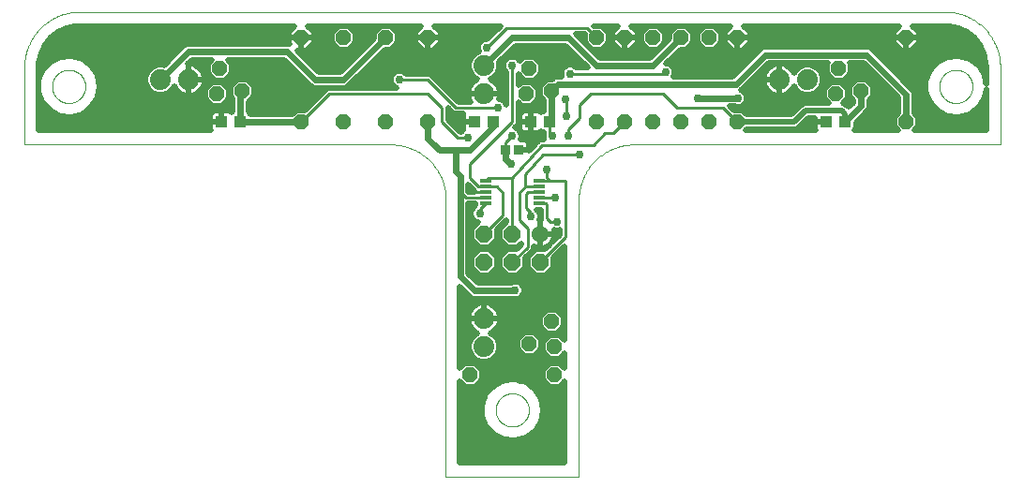
<source format=gtl>
G75*
%MOIN*%
%OFA0B0*%
%FSLAX25Y25*%
%IPPOS*%
%LPD*%
%AMOC8*
5,1,8,0,0,1.08239X$1,22.5*
%
%ADD10C,0.00004*%
%ADD11R,0.04331X0.03937*%
%ADD12OC8,0.05200*%
%ADD13C,0.06000*%
%ADD14OC8,0.06000*%
%ADD15C,0.07400*%
%ADD16R,0.04016X0.01181*%
%ADD17R,0.03346X0.03543*%
%ADD18C,0.02978*%
%ADD19C,0.01000*%
%ADD20C,0.02400*%
%ADD21C,0.02000*%
D10*
X0158378Y0010858D02*
X0158378Y0109283D01*
X0158372Y0109759D01*
X0158355Y0110234D01*
X0158326Y0110709D01*
X0158286Y0111183D01*
X0158234Y0111656D01*
X0158171Y0112127D01*
X0158097Y0112597D01*
X0158011Y0113065D01*
X0157914Y0113531D01*
X0157806Y0113994D01*
X0157687Y0114454D01*
X0157556Y0114912D01*
X0157415Y0115366D01*
X0157262Y0115817D01*
X0157099Y0116263D01*
X0156925Y0116706D01*
X0156740Y0117144D01*
X0156545Y0117578D01*
X0156339Y0118007D01*
X0156123Y0118431D01*
X0155897Y0118850D01*
X0155661Y0119263D01*
X0155415Y0119670D01*
X0155159Y0120071D01*
X0154893Y0120465D01*
X0154618Y0120854D01*
X0154334Y0121235D01*
X0154041Y0121609D01*
X0153739Y0121977D01*
X0153427Y0122337D01*
X0153108Y0122689D01*
X0152780Y0123033D01*
X0152443Y0123370D01*
X0152099Y0123698D01*
X0151747Y0124017D01*
X0151387Y0124329D01*
X0151019Y0124631D01*
X0150645Y0124924D01*
X0150264Y0125208D01*
X0149875Y0125483D01*
X0149481Y0125749D01*
X0149080Y0126005D01*
X0148673Y0126251D01*
X0148260Y0126487D01*
X0147841Y0126713D01*
X0147417Y0126929D01*
X0146988Y0127135D01*
X0146554Y0127330D01*
X0146116Y0127515D01*
X0145673Y0127689D01*
X0145227Y0127852D01*
X0144776Y0128005D01*
X0144322Y0128146D01*
X0143864Y0128277D01*
X0143404Y0128396D01*
X0142941Y0128504D01*
X0142475Y0128601D01*
X0142007Y0128687D01*
X0141537Y0128761D01*
X0141066Y0128824D01*
X0140593Y0128876D01*
X0140119Y0128916D01*
X0139644Y0128945D01*
X0139169Y0128962D01*
X0138693Y0128968D01*
X0138693Y0128969D02*
X0008569Y0128969D01*
X0008569Y0156528D01*
X0018411Y0149638D02*
X0018413Y0149791D01*
X0018419Y0149945D01*
X0018429Y0150098D01*
X0018443Y0150250D01*
X0018461Y0150403D01*
X0018483Y0150554D01*
X0018508Y0150705D01*
X0018538Y0150856D01*
X0018572Y0151006D01*
X0018609Y0151154D01*
X0018650Y0151302D01*
X0018695Y0151448D01*
X0018744Y0151594D01*
X0018797Y0151738D01*
X0018853Y0151880D01*
X0018913Y0152021D01*
X0018977Y0152161D01*
X0019044Y0152299D01*
X0019115Y0152435D01*
X0019190Y0152569D01*
X0019267Y0152701D01*
X0019349Y0152831D01*
X0019433Y0152959D01*
X0019521Y0153085D01*
X0019612Y0153208D01*
X0019706Y0153329D01*
X0019804Y0153447D01*
X0019904Y0153563D01*
X0020008Y0153676D01*
X0020114Y0153787D01*
X0020223Y0153895D01*
X0020335Y0154000D01*
X0020449Y0154101D01*
X0020567Y0154200D01*
X0020686Y0154296D01*
X0020808Y0154389D01*
X0020933Y0154478D01*
X0021060Y0154565D01*
X0021189Y0154647D01*
X0021320Y0154727D01*
X0021453Y0154803D01*
X0021588Y0154876D01*
X0021725Y0154945D01*
X0021864Y0155010D01*
X0022004Y0155072D01*
X0022146Y0155130D01*
X0022289Y0155185D01*
X0022434Y0155236D01*
X0022580Y0155283D01*
X0022727Y0155326D01*
X0022875Y0155365D01*
X0023024Y0155401D01*
X0023174Y0155432D01*
X0023325Y0155460D01*
X0023476Y0155484D01*
X0023629Y0155504D01*
X0023781Y0155520D01*
X0023934Y0155532D01*
X0024087Y0155540D01*
X0024240Y0155544D01*
X0024394Y0155544D01*
X0024547Y0155540D01*
X0024700Y0155532D01*
X0024853Y0155520D01*
X0025005Y0155504D01*
X0025158Y0155484D01*
X0025309Y0155460D01*
X0025460Y0155432D01*
X0025610Y0155401D01*
X0025759Y0155365D01*
X0025907Y0155326D01*
X0026054Y0155283D01*
X0026200Y0155236D01*
X0026345Y0155185D01*
X0026488Y0155130D01*
X0026630Y0155072D01*
X0026770Y0155010D01*
X0026909Y0154945D01*
X0027046Y0154876D01*
X0027181Y0154803D01*
X0027314Y0154727D01*
X0027445Y0154647D01*
X0027574Y0154565D01*
X0027701Y0154478D01*
X0027826Y0154389D01*
X0027948Y0154296D01*
X0028067Y0154200D01*
X0028185Y0154101D01*
X0028299Y0154000D01*
X0028411Y0153895D01*
X0028520Y0153787D01*
X0028626Y0153676D01*
X0028730Y0153563D01*
X0028830Y0153447D01*
X0028928Y0153329D01*
X0029022Y0153208D01*
X0029113Y0153085D01*
X0029201Y0152959D01*
X0029285Y0152831D01*
X0029367Y0152701D01*
X0029444Y0152569D01*
X0029519Y0152435D01*
X0029590Y0152299D01*
X0029657Y0152161D01*
X0029721Y0152021D01*
X0029781Y0151880D01*
X0029837Y0151738D01*
X0029890Y0151594D01*
X0029939Y0151448D01*
X0029984Y0151302D01*
X0030025Y0151154D01*
X0030062Y0151006D01*
X0030096Y0150856D01*
X0030126Y0150705D01*
X0030151Y0150554D01*
X0030173Y0150403D01*
X0030191Y0150250D01*
X0030205Y0150098D01*
X0030215Y0149945D01*
X0030221Y0149791D01*
X0030223Y0149638D01*
X0030221Y0149485D01*
X0030215Y0149331D01*
X0030205Y0149178D01*
X0030191Y0149026D01*
X0030173Y0148873D01*
X0030151Y0148722D01*
X0030126Y0148571D01*
X0030096Y0148420D01*
X0030062Y0148270D01*
X0030025Y0148122D01*
X0029984Y0147974D01*
X0029939Y0147828D01*
X0029890Y0147682D01*
X0029837Y0147538D01*
X0029781Y0147396D01*
X0029721Y0147255D01*
X0029657Y0147115D01*
X0029590Y0146977D01*
X0029519Y0146841D01*
X0029444Y0146707D01*
X0029367Y0146575D01*
X0029285Y0146445D01*
X0029201Y0146317D01*
X0029113Y0146191D01*
X0029022Y0146068D01*
X0028928Y0145947D01*
X0028830Y0145829D01*
X0028730Y0145713D01*
X0028626Y0145600D01*
X0028520Y0145489D01*
X0028411Y0145381D01*
X0028299Y0145276D01*
X0028185Y0145175D01*
X0028067Y0145076D01*
X0027948Y0144980D01*
X0027826Y0144887D01*
X0027701Y0144798D01*
X0027574Y0144711D01*
X0027445Y0144629D01*
X0027314Y0144549D01*
X0027181Y0144473D01*
X0027046Y0144400D01*
X0026909Y0144331D01*
X0026770Y0144266D01*
X0026630Y0144204D01*
X0026488Y0144146D01*
X0026345Y0144091D01*
X0026200Y0144040D01*
X0026054Y0143993D01*
X0025907Y0143950D01*
X0025759Y0143911D01*
X0025610Y0143875D01*
X0025460Y0143844D01*
X0025309Y0143816D01*
X0025158Y0143792D01*
X0025005Y0143772D01*
X0024853Y0143756D01*
X0024700Y0143744D01*
X0024547Y0143736D01*
X0024394Y0143732D01*
X0024240Y0143732D01*
X0024087Y0143736D01*
X0023934Y0143744D01*
X0023781Y0143756D01*
X0023629Y0143772D01*
X0023476Y0143792D01*
X0023325Y0143816D01*
X0023174Y0143844D01*
X0023024Y0143875D01*
X0022875Y0143911D01*
X0022727Y0143950D01*
X0022580Y0143993D01*
X0022434Y0144040D01*
X0022289Y0144091D01*
X0022146Y0144146D01*
X0022004Y0144204D01*
X0021864Y0144266D01*
X0021725Y0144331D01*
X0021588Y0144400D01*
X0021453Y0144473D01*
X0021320Y0144549D01*
X0021189Y0144629D01*
X0021060Y0144711D01*
X0020933Y0144798D01*
X0020808Y0144887D01*
X0020686Y0144980D01*
X0020567Y0145076D01*
X0020449Y0145175D01*
X0020335Y0145276D01*
X0020223Y0145381D01*
X0020114Y0145489D01*
X0020008Y0145600D01*
X0019904Y0145713D01*
X0019804Y0145829D01*
X0019706Y0145947D01*
X0019612Y0146068D01*
X0019521Y0146191D01*
X0019433Y0146317D01*
X0019349Y0146445D01*
X0019267Y0146575D01*
X0019190Y0146707D01*
X0019115Y0146841D01*
X0019044Y0146977D01*
X0018977Y0147115D01*
X0018913Y0147255D01*
X0018853Y0147396D01*
X0018797Y0147538D01*
X0018744Y0147682D01*
X0018695Y0147828D01*
X0018650Y0147974D01*
X0018609Y0148122D01*
X0018572Y0148270D01*
X0018538Y0148420D01*
X0018508Y0148571D01*
X0018483Y0148722D01*
X0018461Y0148873D01*
X0018443Y0149026D01*
X0018429Y0149178D01*
X0018419Y0149331D01*
X0018413Y0149485D01*
X0018411Y0149638D01*
X0008569Y0156528D02*
X0008575Y0157004D01*
X0008592Y0157479D01*
X0008621Y0157954D01*
X0008661Y0158428D01*
X0008713Y0158901D01*
X0008776Y0159372D01*
X0008850Y0159842D01*
X0008936Y0160310D01*
X0009033Y0160776D01*
X0009141Y0161239D01*
X0009260Y0161699D01*
X0009391Y0162157D01*
X0009532Y0162611D01*
X0009685Y0163062D01*
X0009848Y0163508D01*
X0010022Y0163951D01*
X0010207Y0164389D01*
X0010402Y0164823D01*
X0010608Y0165252D01*
X0010824Y0165676D01*
X0011050Y0166095D01*
X0011286Y0166508D01*
X0011532Y0166915D01*
X0011788Y0167316D01*
X0012054Y0167710D01*
X0012329Y0168099D01*
X0012613Y0168480D01*
X0012906Y0168854D01*
X0013208Y0169222D01*
X0013520Y0169582D01*
X0013839Y0169934D01*
X0014167Y0170278D01*
X0014504Y0170615D01*
X0014848Y0170943D01*
X0015200Y0171262D01*
X0015560Y0171574D01*
X0015928Y0171876D01*
X0016302Y0172169D01*
X0016683Y0172453D01*
X0017072Y0172728D01*
X0017466Y0172994D01*
X0017867Y0173250D01*
X0018274Y0173496D01*
X0018687Y0173732D01*
X0019106Y0173958D01*
X0019530Y0174174D01*
X0019959Y0174380D01*
X0020393Y0174575D01*
X0020831Y0174760D01*
X0021274Y0174934D01*
X0021720Y0175097D01*
X0022171Y0175250D01*
X0022625Y0175391D01*
X0023083Y0175522D01*
X0023543Y0175641D01*
X0024006Y0175749D01*
X0024472Y0175846D01*
X0024940Y0175932D01*
X0025410Y0176006D01*
X0025881Y0176069D01*
X0026354Y0176121D01*
X0026828Y0176161D01*
X0027303Y0176190D01*
X0027778Y0176207D01*
X0028254Y0176213D01*
X0335746Y0176213D01*
X0336222Y0176207D01*
X0336697Y0176190D01*
X0337172Y0176161D01*
X0337646Y0176121D01*
X0338119Y0176069D01*
X0338590Y0176006D01*
X0339060Y0175932D01*
X0339528Y0175846D01*
X0339994Y0175749D01*
X0340457Y0175641D01*
X0340917Y0175522D01*
X0341375Y0175391D01*
X0341829Y0175250D01*
X0342280Y0175097D01*
X0342726Y0174934D01*
X0343169Y0174760D01*
X0343607Y0174575D01*
X0344041Y0174380D01*
X0344470Y0174174D01*
X0344894Y0173958D01*
X0345313Y0173732D01*
X0345726Y0173496D01*
X0346133Y0173250D01*
X0346534Y0172994D01*
X0346928Y0172728D01*
X0347317Y0172453D01*
X0347698Y0172169D01*
X0348072Y0171876D01*
X0348440Y0171574D01*
X0348800Y0171262D01*
X0349152Y0170943D01*
X0349496Y0170615D01*
X0349833Y0170278D01*
X0350161Y0169934D01*
X0350480Y0169582D01*
X0350792Y0169222D01*
X0351094Y0168854D01*
X0351387Y0168480D01*
X0351671Y0168099D01*
X0351946Y0167710D01*
X0352212Y0167316D01*
X0352468Y0166915D01*
X0352714Y0166508D01*
X0352950Y0166095D01*
X0353176Y0165676D01*
X0353392Y0165252D01*
X0353598Y0164823D01*
X0353793Y0164389D01*
X0353978Y0163951D01*
X0354152Y0163508D01*
X0354315Y0163062D01*
X0354468Y0162611D01*
X0354609Y0162157D01*
X0354740Y0161699D01*
X0354859Y0161239D01*
X0354967Y0160776D01*
X0355064Y0160310D01*
X0355150Y0159842D01*
X0355224Y0159372D01*
X0355287Y0158901D01*
X0355339Y0158428D01*
X0355379Y0157954D01*
X0355408Y0157479D01*
X0355425Y0157004D01*
X0355431Y0156528D01*
X0355431Y0128969D01*
X0225307Y0128969D01*
X0225307Y0128968D02*
X0224831Y0128962D01*
X0224356Y0128945D01*
X0223881Y0128916D01*
X0223407Y0128876D01*
X0222934Y0128824D01*
X0222463Y0128761D01*
X0221993Y0128687D01*
X0221525Y0128601D01*
X0221059Y0128504D01*
X0220596Y0128396D01*
X0220136Y0128277D01*
X0219678Y0128146D01*
X0219224Y0128005D01*
X0218773Y0127852D01*
X0218327Y0127689D01*
X0217884Y0127515D01*
X0217446Y0127330D01*
X0217012Y0127135D01*
X0216583Y0126929D01*
X0216159Y0126713D01*
X0215740Y0126487D01*
X0215327Y0126251D01*
X0214920Y0126005D01*
X0214519Y0125749D01*
X0214125Y0125483D01*
X0213736Y0125208D01*
X0213355Y0124924D01*
X0212981Y0124631D01*
X0212613Y0124329D01*
X0212253Y0124017D01*
X0211901Y0123698D01*
X0211557Y0123370D01*
X0211220Y0123033D01*
X0210892Y0122689D01*
X0210573Y0122337D01*
X0210261Y0121977D01*
X0209959Y0121609D01*
X0209666Y0121235D01*
X0209382Y0120854D01*
X0209107Y0120465D01*
X0208841Y0120071D01*
X0208585Y0119670D01*
X0208339Y0119263D01*
X0208103Y0118850D01*
X0207877Y0118431D01*
X0207661Y0118007D01*
X0207455Y0117578D01*
X0207260Y0117144D01*
X0207075Y0116706D01*
X0206901Y0116263D01*
X0206738Y0115817D01*
X0206585Y0115366D01*
X0206444Y0114912D01*
X0206313Y0114454D01*
X0206194Y0113994D01*
X0206086Y0113531D01*
X0205989Y0113065D01*
X0205903Y0112597D01*
X0205829Y0112127D01*
X0205766Y0111656D01*
X0205714Y0111183D01*
X0205674Y0110709D01*
X0205645Y0110234D01*
X0205628Y0109759D01*
X0205622Y0109283D01*
X0205622Y0010858D01*
X0158378Y0010858D01*
X0176094Y0034480D02*
X0176096Y0034633D01*
X0176102Y0034787D01*
X0176112Y0034940D01*
X0176126Y0035092D01*
X0176144Y0035245D01*
X0176166Y0035396D01*
X0176191Y0035547D01*
X0176221Y0035698D01*
X0176255Y0035848D01*
X0176292Y0035996D01*
X0176333Y0036144D01*
X0176378Y0036290D01*
X0176427Y0036436D01*
X0176480Y0036580D01*
X0176536Y0036722D01*
X0176596Y0036863D01*
X0176660Y0037003D01*
X0176727Y0037141D01*
X0176798Y0037277D01*
X0176873Y0037411D01*
X0176950Y0037543D01*
X0177032Y0037673D01*
X0177116Y0037801D01*
X0177204Y0037927D01*
X0177295Y0038050D01*
X0177389Y0038171D01*
X0177487Y0038289D01*
X0177587Y0038405D01*
X0177691Y0038518D01*
X0177797Y0038629D01*
X0177906Y0038737D01*
X0178018Y0038842D01*
X0178132Y0038943D01*
X0178250Y0039042D01*
X0178369Y0039138D01*
X0178491Y0039231D01*
X0178616Y0039320D01*
X0178743Y0039407D01*
X0178872Y0039489D01*
X0179003Y0039569D01*
X0179136Y0039645D01*
X0179271Y0039718D01*
X0179408Y0039787D01*
X0179547Y0039852D01*
X0179687Y0039914D01*
X0179829Y0039972D01*
X0179972Y0040027D01*
X0180117Y0040078D01*
X0180263Y0040125D01*
X0180410Y0040168D01*
X0180558Y0040207D01*
X0180707Y0040243D01*
X0180857Y0040274D01*
X0181008Y0040302D01*
X0181159Y0040326D01*
X0181312Y0040346D01*
X0181464Y0040362D01*
X0181617Y0040374D01*
X0181770Y0040382D01*
X0181923Y0040386D01*
X0182077Y0040386D01*
X0182230Y0040382D01*
X0182383Y0040374D01*
X0182536Y0040362D01*
X0182688Y0040346D01*
X0182841Y0040326D01*
X0182992Y0040302D01*
X0183143Y0040274D01*
X0183293Y0040243D01*
X0183442Y0040207D01*
X0183590Y0040168D01*
X0183737Y0040125D01*
X0183883Y0040078D01*
X0184028Y0040027D01*
X0184171Y0039972D01*
X0184313Y0039914D01*
X0184453Y0039852D01*
X0184592Y0039787D01*
X0184729Y0039718D01*
X0184864Y0039645D01*
X0184997Y0039569D01*
X0185128Y0039489D01*
X0185257Y0039407D01*
X0185384Y0039320D01*
X0185509Y0039231D01*
X0185631Y0039138D01*
X0185750Y0039042D01*
X0185868Y0038943D01*
X0185982Y0038842D01*
X0186094Y0038737D01*
X0186203Y0038629D01*
X0186309Y0038518D01*
X0186413Y0038405D01*
X0186513Y0038289D01*
X0186611Y0038171D01*
X0186705Y0038050D01*
X0186796Y0037927D01*
X0186884Y0037801D01*
X0186968Y0037673D01*
X0187050Y0037543D01*
X0187127Y0037411D01*
X0187202Y0037277D01*
X0187273Y0037141D01*
X0187340Y0037003D01*
X0187404Y0036863D01*
X0187464Y0036722D01*
X0187520Y0036580D01*
X0187573Y0036436D01*
X0187622Y0036290D01*
X0187667Y0036144D01*
X0187708Y0035996D01*
X0187745Y0035848D01*
X0187779Y0035698D01*
X0187809Y0035547D01*
X0187834Y0035396D01*
X0187856Y0035245D01*
X0187874Y0035092D01*
X0187888Y0034940D01*
X0187898Y0034787D01*
X0187904Y0034633D01*
X0187906Y0034480D01*
X0187904Y0034327D01*
X0187898Y0034173D01*
X0187888Y0034020D01*
X0187874Y0033868D01*
X0187856Y0033715D01*
X0187834Y0033564D01*
X0187809Y0033413D01*
X0187779Y0033262D01*
X0187745Y0033112D01*
X0187708Y0032964D01*
X0187667Y0032816D01*
X0187622Y0032670D01*
X0187573Y0032524D01*
X0187520Y0032380D01*
X0187464Y0032238D01*
X0187404Y0032097D01*
X0187340Y0031957D01*
X0187273Y0031819D01*
X0187202Y0031683D01*
X0187127Y0031549D01*
X0187050Y0031417D01*
X0186968Y0031287D01*
X0186884Y0031159D01*
X0186796Y0031033D01*
X0186705Y0030910D01*
X0186611Y0030789D01*
X0186513Y0030671D01*
X0186413Y0030555D01*
X0186309Y0030442D01*
X0186203Y0030331D01*
X0186094Y0030223D01*
X0185982Y0030118D01*
X0185868Y0030017D01*
X0185750Y0029918D01*
X0185631Y0029822D01*
X0185509Y0029729D01*
X0185384Y0029640D01*
X0185257Y0029553D01*
X0185128Y0029471D01*
X0184997Y0029391D01*
X0184864Y0029315D01*
X0184729Y0029242D01*
X0184592Y0029173D01*
X0184453Y0029108D01*
X0184313Y0029046D01*
X0184171Y0028988D01*
X0184028Y0028933D01*
X0183883Y0028882D01*
X0183737Y0028835D01*
X0183590Y0028792D01*
X0183442Y0028753D01*
X0183293Y0028717D01*
X0183143Y0028686D01*
X0182992Y0028658D01*
X0182841Y0028634D01*
X0182688Y0028614D01*
X0182536Y0028598D01*
X0182383Y0028586D01*
X0182230Y0028578D01*
X0182077Y0028574D01*
X0181923Y0028574D01*
X0181770Y0028578D01*
X0181617Y0028586D01*
X0181464Y0028598D01*
X0181312Y0028614D01*
X0181159Y0028634D01*
X0181008Y0028658D01*
X0180857Y0028686D01*
X0180707Y0028717D01*
X0180558Y0028753D01*
X0180410Y0028792D01*
X0180263Y0028835D01*
X0180117Y0028882D01*
X0179972Y0028933D01*
X0179829Y0028988D01*
X0179687Y0029046D01*
X0179547Y0029108D01*
X0179408Y0029173D01*
X0179271Y0029242D01*
X0179136Y0029315D01*
X0179003Y0029391D01*
X0178872Y0029471D01*
X0178743Y0029553D01*
X0178616Y0029640D01*
X0178491Y0029729D01*
X0178369Y0029822D01*
X0178250Y0029918D01*
X0178132Y0030017D01*
X0178018Y0030118D01*
X0177906Y0030223D01*
X0177797Y0030331D01*
X0177691Y0030442D01*
X0177587Y0030555D01*
X0177487Y0030671D01*
X0177389Y0030789D01*
X0177295Y0030910D01*
X0177204Y0031033D01*
X0177116Y0031159D01*
X0177032Y0031287D01*
X0176950Y0031417D01*
X0176873Y0031549D01*
X0176798Y0031683D01*
X0176727Y0031819D01*
X0176660Y0031957D01*
X0176596Y0032097D01*
X0176536Y0032238D01*
X0176480Y0032380D01*
X0176427Y0032524D01*
X0176378Y0032670D01*
X0176333Y0032816D01*
X0176292Y0032964D01*
X0176255Y0033112D01*
X0176221Y0033262D01*
X0176191Y0033413D01*
X0176166Y0033564D01*
X0176144Y0033715D01*
X0176126Y0033868D01*
X0176112Y0034020D01*
X0176102Y0034173D01*
X0176096Y0034327D01*
X0176094Y0034480D01*
X0333777Y0149638D02*
X0333779Y0149791D01*
X0333785Y0149945D01*
X0333795Y0150098D01*
X0333809Y0150250D01*
X0333827Y0150403D01*
X0333849Y0150554D01*
X0333874Y0150705D01*
X0333904Y0150856D01*
X0333938Y0151006D01*
X0333975Y0151154D01*
X0334016Y0151302D01*
X0334061Y0151448D01*
X0334110Y0151594D01*
X0334163Y0151738D01*
X0334219Y0151880D01*
X0334279Y0152021D01*
X0334343Y0152161D01*
X0334410Y0152299D01*
X0334481Y0152435D01*
X0334556Y0152569D01*
X0334633Y0152701D01*
X0334715Y0152831D01*
X0334799Y0152959D01*
X0334887Y0153085D01*
X0334978Y0153208D01*
X0335072Y0153329D01*
X0335170Y0153447D01*
X0335270Y0153563D01*
X0335374Y0153676D01*
X0335480Y0153787D01*
X0335589Y0153895D01*
X0335701Y0154000D01*
X0335815Y0154101D01*
X0335933Y0154200D01*
X0336052Y0154296D01*
X0336174Y0154389D01*
X0336299Y0154478D01*
X0336426Y0154565D01*
X0336555Y0154647D01*
X0336686Y0154727D01*
X0336819Y0154803D01*
X0336954Y0154876D01*
X0337091Y0154945D01*
X0337230Y0155010D01*
X0337370Y0155072D01*
X0337512Y0155130D01*
X0337655Y0155185D01*
X0337800Y0155236D01*
X0337946Y0155283D01*
X0338093Y0155326D01*
X0338241Y0155365D01*
X0338390Y0155401D01*
X0338540Y0155432D01*
X0338691Y0155460D01*
X0338842Y0155484D01*
X0338995Y0155504D01*
X0339147Y0155520D01*
X0339300Y0155532D01*
X0339453Y0155540D01*
X0339606Y0155544D01*
X0339760Y0155544D01*
X0339913Y0155540D01*
X0340066Y0155532D01*
X0340219Y0155520D01*
X0340371Y0155504D01*
X0340524Y0155484D01*
X0340675Y0155460D01*
X0340826Y0155432D01*
X0340976Y0155401D01*
X0341125Y0155365D01*
X0341273Y0155326D01*
X0341420Y0155283D01*
X0341566Y0155236D01*
X0341711Y0155185D01*
X0341854Y0155130D01*
X0341996Y0155072D01*
X0342136Y0155010D01*
X0342275Y0154945D01*
X0342412Y0154876D01*
X0342547Y0154803D01*
X0342680Y0154727D01*
X0342811Y0154647D01*
X0342940Y0154565D01*
X0343067Y0154478D01*
X0343192Y0154389D01*
X0343314Y0154296D01*
X0343433Y0154200D01*
X0343551Y0154101D01*
X0343665Y0154000D01*
X0343777Y0153895D01*
X0343886Y0153787D01*
X0343992Y0153676D01*
X0344096Y0153563D01*
X0344196Y0153447D01*
X0344294Y0153329D01*
X0344388Y0153208D01*
X0344479Y0153085D01*
X0344567Y0152959D01*
X0344651Y0152831D01*
X0344733Y0152701D01*
X0344810Y0152569D01*
X0344885Y0152435D01*
X0344956Y0152299D01*
X0345023Y0152161D01*
X0345087Y0152021D01*
X0345147Y0151880D01*
X0345203Y0151738D01*
X0345256Y0151594D01*
X0345305Y0151448D01*
X0345350Y0151302D01*
X0345391Y0151154D01*
X0345428Y0151006D01*
X0345462Y0150856D01*
X0345492Y0150705D01*
X0345517Y0150554D01*
X0345539Y0150403D01*
X0345557Y0150250D01*
X0345571Y0150098D01*
X0345581Y0149945D01*
X0345587Y0149791D01*
X0345589Y0149638D01*
X0345587Y0149485D01*
X0345581Y0149331D01*
X0345571Y0149178D01*
X0345557Y0149026D01*
X0345539Y0148873D01*
X0345517Y0148722D01*
X0345492Y0148571D01*
X0345462Y0148420D01*
X0345428Y0148270D01*
X0345391Y0148122D01*
X0345350Y0147974D01*
X0345305Y0147828D01*
X0345256Y0147682D01*
X0345203Y0147538D01*
X0345147Y0147396D01*
X0345087Y0147255D01*
X0345023Y0147115D01*
X0344956Y0146977D01*
X0344885Y0146841D01*
X0344810Y0146707D01*
X0344733Y0146575D01*
X0344651Y0146445D01*
X0344567Y0146317D01*
X0344479Y0146191D01*
X0344388Y0146068D01*
X0344294Y0145947D01*
X0344196Y0145829D01*
X0344096Y0145713D01*
X0343992Y0145600D01*
X0343886Y0145489D01*
X0343777Y0145381D01*
X0343665Y0145276D01*
X0343551Y0145175D01*
X0343433Y0145076D01*
X0343314Y0144980D01*
X0343192Y0144887D01*
X0343067Y0144798D01*
X0342940Y0144711D01*
X0342811Y0144629D01*
X0342680Y0144549D01*
X0342547Y0144473D01*
X0342412Y0144400D01*
X0342275Y0144331D01*
X0342136Y0144266D01*
X0341996Y0144204D01*
X0341854Y0144146D01*
X0341711Y0144091D01*
X0341566Y0144040D01*
X0341420Y0143993D01*
X0341273Y0143950D01*
X0341125Y0143911D01*
X0340976Y0143875D01*
X0340826Y0143844D01*
X0340675Y0143816D01*
X0340524Y0143792D01*
X0340371Y0143772D01*
X0340219Y0143756D01*
X0340066Y0143744D01*
X0339913Y0143736D01*
X0339760Y0143732D01*
X0339606Y0143732D01*
X0339453Y0143736D01*
X0339300Y0143744D01*
X0339147Y0143756D01*
X0338995Y0143772D01*
X0338842Y0143792D01*
X0338691Y0143816D01*
X0338540Y0143844D01*
X0338390Y0143875D01*
X0338241Y0143911D01*
X0338093Y0143950D01*
X0337946Y0143993D01*
X0337800Y0144040D01*
X0337655Y0144091D01*
X0337512Y0144146D01*
X0337370Y0144204D01*
X0337230Y0144266D01*
X0337091Y0144331D01*
X0336954Y0144400D01*
X0336819Y0144473D01*
X0336686Y0144549D01*
X0336555Y0144629D01*
X0336426Y0144711D01*
X0336299Y0144798D01*
X0336174Y0144887D01*
X0336052Y0144980D01*
X0335933Y0145076D01*
X0335815Y0145175D01*
X0335701Y0145276D01*
X0335589Y0145381D01*
X0335480Y0145489D01*
X0335374Y0145600D01*
X0335270Y0145713D01*
X0335170Y0145829D01*
X0335072Y0145947D01*
X0334978Y0146068D01*
X0334887Y0146191D01*
X0334799Y0146317D01*
X0334715Y0146445D01*
X0334633Y0146575D01*
X0334556Y0146707D01*
X0334481Y0146841D01*
X0334410Y0146977D01*
X0334343Y0147115D01*
X0334279Y0147255D01*
X0334219Y0147396D01*
X0334163Y0147538D01*
X0334110Y0147682D01*
X0334061Y0147828D01*
X0334016Y0147974D01*
X0333975Y0148122D01*
X0333938Y0148270D01*
X0333904Y0148420D01*
X0333874Y0148571D01*
X0333849Y0148722D01*
X0333827Y0148873D01*
X0333809Y0149026D01*
X0333795Y0149178D01*
X0333785Y0149331D01*
X0333779Y0149485D01*
X0333777Y0149638D01*
D11*
X0300346Y0137000D03*
X0293654Y0137000D03*
X0195346Y0137000D03*
X0188654Y0137000D03*
X0175346Y0137000D03*
X0168654Y0137000D03*
X0085346Y0137000D03*
X0078654Y0137000D03*
D12*
X0077000Y0147000D03*
X0086000Y0148000D03*
X0078000Y0156000D03*
X0107000Y0167000D03*
X0122000Y0167000D03*
X0137000Y0167000D03*
X0152000Y0167000D03*
X0188000Y0156000D03*
X0196000Y0148000D03*
X0187000Y0147000D03*
X0212000Y0137000D03*
X0222000Y0137000D03*
X0232000Y0137000D03*
X0242000Y0137000D03*
X0252000Y0137000D03*
X0262000Y0137000D03*
X0297000Y0147000D03*
X0306000Y0148000D03*
X0298000Y0156000D03*
X0322000Y0167000D03*
X0322000Y0137000D03*
X0262000Y0167000D03*
X0252000Y0167000D03*
X0242000Y0167000D03*
X0232000Y0167000D03*
X0222000Y0167000D03*
X0212000Y0167000D03*
X0152000Y0137000D03*
X0137000Y0137000D03*
X0122000Y0137000D03*
X0107000Y0137000D03*
X0196000Y0066000D03*
X0197000Y0057000D03*
X0188000Y0058000D03*
X0197000Y0047000D03*
X0167000Y0047000D03*
D13*
X0192000Y0097000D03*
D14*
X0182000Y0097000D03*
X0172000Y0097000D03*
X0172000Y0087000D03*
X0182000Y0087000D03*
X0192000Y0087000D03*
D15*
X0172000Y0067000D03*
X0172000Y0057000D03*
X0172000Y0147000D03*
X0172000Y0157000D03*
X0067000Y0152000D03*
X0057000Y0152000D03*
X0277000Y0152000D03*
X0287000Y0152000D03*
D16*
X0191449Y0115937D03*
X0191449Y0113969D03*
X0191449Y0112000D03*
X0191449Y0110031D03*
X0191449Y0108063D03*
X0172551Y0108063D03*
X0172551Y0110031D03*
X0172551Y0112000D03*
X0172551Y0113969D03*
X0172551Y0115937D03*
D17*
X0179717Y0127000D03*
X0184283Y0127000D03*
D18*
X0188600Y0131600D03*
X0182000Y0132000D03*
X0196178Y0132000D03*
X0202000Y0132000D03*
X0201200Y0138900D03*
X0201047Y0145015D03*
X0202500Y0154200D03*
X0182000Y0157000D03*
X0172900Y0163300D03*
X0142000Y0152000D03*
X0162000Y0137700D03*
X0166100Y0131400D03*
X0181552Y0122021D03*
X0194119Y0119892D03*
X0205833Y0125362D03*
X0197108Y0110100D03*
X0188700Y0103500D03*
X0197797Y0101515D03*
X0170400Y0104300D03*
X0167200Y0112900D03*
X0177000Y0142000D03*
X0236500Y0154611D03*
X0247800Y0145400D03*
X0262200Y0145400D03*
X0287600Y0136100D03*
X0183000Y0077000D03*
D19*
X0182000Y0087000D02*
X0187400Y0092400D01*
X0187400Y0099000D01*
X0184400Y0102000D01*
X0184400Y0111800D01*
X0186569Y0113969D01*
X0186569Y0118269D01*
X0192862Y0125362D01*
X0205833Y0125362D01*
X0210819Y0128700D02*
X0192600Y0128700D01*
X0192300Y0128400D01*
X0182000Y0117000D01*
X0182000Y0097000D01*
X0178700Y0103700D02*
X0178700Y0111800D01*
X0176531Y0113969D01*
X0172551Y0113969D01*
X0170031Y0113969D01*
X0167000Y0117000D01*
X0167000Y0122000D01*
X0182000Y0137000D01*
X0182000Y0157000D01*
X0172900Y0163300D02*
X0172900Y0163400D01*
X0179900Y0170400D01*
X0208600Y0170400D01*
X0212000Y0167000D01*
X0202500Y0154200D02*
X0236089Y0154200D01*
X0236500Y0154611D01*
X0235661Y0147000D02*
X0209900Y0147000D01*
X0206000Y0143100D01*
X0206000Y0138500D01*
X0202000Y0134500D01*
X0202000Y0132000D01*
X0196178Y0132000D02*
X0195346Y0132831D01*
X0195346Y0137000D01*
X0201200Y0138900D02*
X0201200Y0144863D01*
X0201047Y0145015D01*
X0201100Y0144963D01*
X0215056Y0132937D02*
X0217937Y0132937D01*
X0222000Y0137000D01*
X0215056Y0132937D02*
X0210819Y0128700D01*
X0194119Y0119892D02*
X0194119Y0117118D01*
X0195300Y0115937D01*
X0191449Y0115937D01*
X0191449Y0113969D02*
X0186569Y0113969D01*
X0187535Y0112000D02*
X0187038Y0111503D01*
X0187038Y0106463D01*
X0188700Y0104801D01*
X0188700Y0103500D01*
X0194165Y0102805D02*
X0195455Y0101515D01*
X0197797Y0101515D01*
X0194165Y0102805D02*
X0194165Y0107770D01*
X0193873Y0108063D01*
X0191449Y0108063D01*
X0191449Y0110031D02*
X0197040Y0110031D01*
X0197108Y0110100D01*
X0191449Y0112000D02*
X0187535Y0112000D01*
X0195300Y0115937D02*
X0200937Y0115937D01*
X0200937Y0095937D01*
X0192000Y0087000D01*
X0178700Y0103700D02*
X0172000Y0097000D01*
X0170400Y0104300D02*
X0170400Y0105912D01*
X0172551Y0108063D01*
X0172551Y0110031D02*
X0165548Y0110031D01*
X0163580Y0112000D01*
X0167200Y0112900D02*
X0168100Y0112000D01*
X0172551Y0112000D01*
X0172551Y0115937D02*
X0172553Y0116001D01*
X0172559Y0116065D01*
X0172568Y0116129D01*
X0172582Y0116191D01*
X0172599Y0116253D01*
X0172620Y0116314D01*
X0172645Y0116373D01*
X0172673Y0116431D01*
X0172704Y0116487D01*
X0172739Y0116541D01*
X0172777Y0116593D01*
X0172818Y0116642D01*
X0172862Y0116689D01*
X0172909Y0116733D01*
X0172958Y0116774D01*
X0173010Y0116812D01*
X0173064Y0116847D01*
X0173120Y0116878D01*
X0173178Y0116906D01*
X0173237Y0116931D01*
X0173298Y0116952D01*
X0173360Y0116969D01*
X0173422Y0116983D01*
X0173486Y0116992D01*
X0173550Y0116998D01*
X0173614Y0117000D01*
X0182000Y0117000D01*
X0179717Y0127000D02*
X0179717Y0129717D01*
X0182000Y0132000D01*
X0166100Y0131400D02*
X0162600Y0131400D01*
X0157000Y0137000D01*
X0157000Y0142000D01*
X0152000Y0147000D01*
X0117000Y0147000D01*
X0107000Y0137000D01*
X0142000Y0152000D02*
X0152000Y0152000D01*
X0162000Y0142000D01*
X0177000Y0142000D01*
X0235661Y0147000D02*
X0240661Y0142000D01*
X0257000Y0142000D01*
X0262000Y0137000D01*
D20*
X0262200Y0145400D02*
X0247800Y0145400D01*
X0261439Y0150289D02*
X0198289Y0150289D01*
X0196000Y0148000D01*
X0196000Y0137654D01*
X0195346Y0137000D01*
X0179717Y0127000D02*
X0179717Y0123856D01*
X0181552Y0122021D01*
X0175346Y0135346D02*
X0167000Y0127000D01*
X0162000Y0127000D01*
X0156296Y0127000D01*
X0153775Y0129116D01*
X0152000Y0130891D01*
X0152000Y0137000D01*
X0162000Y0127000D02*
X0162000Y0119334D01*
X0163580Y0117754D01*
X0163580Y0112000D01*
X0163580Y0082000D01*
X0168580Y0077000D01*
X0183000Y0077000D01*
X0175346Y0135346D02*
X0175346Y0137000D01*
X0172000Y0157000D02*
X0182000Y0167000D01*
X0202000Y0167000D01*
X0212000Y0157000D01*
X0232000Y0157000D01*
X0242000Y0167000D01*
X0261439Y0150289D02*
X0272000Y0160850D01*
X0307900Y0160850D01*
X0322000Y0146750D01*
X0322000Y0137000D01*
X0306000Y0142654D02*
X0300346Y0137000D01*
X0300333Y0137000D01*
X0306000Y0142654D02*
X0306000Y0148000D01*
X0137000Y0167000D02*
X0122000Y0152000D01*
X0112000Y0152000D01*
X0102000Y0162000D01*
X0067000Y0162000D01*
X0057000Y0152000D01*
X0085346Y0147346D02*
X0085346Y0137000D01*
X0107000Y0137000D01*
X0086000Y0148000D02*
X0085346Y0147346D01*
D21*
X0082546Y0145514D02*
X0082546Y0140568D01*
X0082518Y0140568D01*
X0082283Y0140333D01*
X0082047Y0140569D01*
X0081591Y0140832D01*
X0081082Y0140968D01*
X0078654Y0140968D01*
X0078654Y0137000D01*
X0078653Y0137000D01*
X0074488Y0137000D01*
X0078653Y0137000D01*
X0078653Y0137000D01*
X0078653Y0140968D01*
X0076225Y0140968D01*
X0075716Y0140832D01*
X0075260Y0140569D01*
X0074888Y0140197D01*
X0074624Y0139740D01*
X0074488Y0139232D01*
X0074488Y0137000D01*
X0074488Y0134768D01*
X0074624Y0134260D01*
X0074791Y0133970D01*
X0013571Y0133970D01*
X0013571Y0156528D01*
X0013663Y0158172D01*
X0013663Y0158172D01*
X0014395Y0161377D01*
X0015822Y0164339D01*
X0017872Y0166910D01*
X0020442Y0168960D01*
X0023405Y0170387D01*
X0026610Y0171118D01*
X0028254Y0171211D01*
X0104705Y0171211D01*
X0102400Y0168905D01*
X0102400Y0167000D01*
X0107000Y0167000D01*
X0111600Y0167000D01*
X0111600Y0168905D01*
X0109295Y0171211D01*
X0149705Y0171211D01*
X0147400Y0168905D01*
X0147400Y0167000D01*
X0152000Y0167000D01*
X0156600Y0167000D01*
X0156600Y0168905D01*
X0154295Y0171211D01*
X0177741Y0171211D01*
X0172919Y0166389D01*
X0172286Y0166389D01*
X0171150Y0165919D01*
X0170281Y0165050D01*
X0169811Y0163914D01*
X0169811Y0162686D01*
X0170114Y0161955D01*
X0168998Y0161493D01*
X0167507Y0160002D01*
X0166700Y0158054D01*
X0166700Y0155946D01*
X0167507Y0153998D01*
X0168998Y0152507D01*
X0169690Y0152220D01*
X0169013Y0151875D01*
X0168287Y0151348D01*
X0167652Y0150713D01*
X0167125Y0149987D01*
X0166718Y0149188D01*
X0166440Y0148335D01*
X0166300Y0147449D01*
X0166300Y0147000D01*
X0172000Y0147000D01*
X0177700Y0147000D01*
X0177700Y0147449D01*
X0177560Y0148335D01*
X0177282Y0149188D01*
X0176875Y0149987D01*
X0176348Y0150713D01*
X0175713Y0151348D01*
X0174987Y0151875D01*
X0174310Y0152220D01*
X0175002Y0152507D01*
X0176493Y0153998D01*
X0177300Y0155946D01*
X0177300Y0158054D01*
X0177216Y0158256D01*
X0183160Y0164200D01*
X0200840Y0164200D01*
X0208740Y0156300D01*
X0204768Y0156300D01*
X0204250Y0156819D01*
X0203114Y0157289D01*
X0201886Y0157289D01*
X0200750Y0156819D01*
X0199881Y0155950D01*
X0199411Y0154814D01*
X0199411Y0153586D01*
X0199617Y0153089D01*
X0197732Y0153089D01*
X0196703Y0152663D01*
X0196240Y0152200D01*
X0194260Y0152200D01*
X0191800Y0149740D01*
X0191800Y0146260D01*
X0193200Y0144860D01*
X0193200Y0140568D01*
X0192518Y0140568D01*
X0192283Y0140333D01*
X0192047Y0140569D01*
X0191591Y0140832D01*
X0191082Y0140968D01*
X0188654Y0140968D01*
X0188654Y0137000D01*
X0188654Y0133031D01*
X0191082Y0133031D01*
X0191591Y0133168D01*
X0192047Y0133431D01*
X0192283Y0133667D01*
X0192518Y0133431D01*
X0193246Y0133431D01*
X0193246Y0132995D01*
X0193089Y0132614D01*
X0193089Y0131386D01*
X0193332Y0130800D01*
X0191730Y0130800D01*
X0191387Y0130456D01*
X0191325Y0130453D01*
X0190778Y0129847D01*
X0190500Y0129570D01*
X0190500Y0129570D01*
X0190200Y0129270D01*
X0190200Y0129208D01*
X0187957Y0126725D01*
X0187957Y0127000D01*
X0187957Y0129035D01*
X0187820Y0129544D01*
X0187557Y0130000D01*
X0187185Y0130372D01*
X0186729Y0130635D01*
X0186220Y0130772D01*
X0184835Y0130772D01*
X0185089Y0131386D01*
X0185089Y0132614D01*
X0184619Y0133750D01*
X0183750Y0134619D01*
X0182929Y0134959D01*
X0184100Y0136130D01*
X0184100Y0143960D01*
X0185260Y0142800D01*
X0188740Y0142800D01*
X0191200Y0145260D01*
X0191200Y0148740D01*
X0188740Y0151200D01*
X0185260Y0151200D01*
X0184100Y0150040D01*
X0184100Y0153960D01*
X0186260Y0151800D01*
X0189740Y0151800D01*
X0192200Y0154260D01*
X0192200Y0157740D01*
X0189740Y0160200D01*
X0186260Y0160200D01*
X0184675Y0158614D01*
X0184619Y0158750D01*
X0183750Y0159619D01*
X0182614Y0160089D01*
X0181386Y0160089D01*
X0180250Y0159619D01*
X0179381Y0158750D01*
X0178911Y0157614D01*
X0178911Y0156386D01*
X0179381Y0155250D01*
X0179900Y0154732D01*
X0179900Y0143071D01*
X0179619Y0143750D01*
X0178750Y0144619D01*
X0177614Y0145089D01*
X0177372Y0145089D01*
X0177560Y0145665D01*
X0177700Y0146551D01*
X0177700Y0147000D01*
X0172000Y0147000D01*
X0172000Y0147000D01*
X0172000Y0147000D01*
X0166300Y0147000D01*
X0166300Y0146551D01*
X0166440Y0145665D01*
X0166718Y0144812D01*
X0167080Y0144100D01*
X0162870Y0144100D01*
X0152870Y0154100D01*
X0144268Y0154100D01*
X0143750Y0154619D01*
X0142614Y0155089D01*
X0141386Y0155089D01*
X0140250Y0154619D01*
X0139381Y0153750D01*
X0138911Y0152614D01*
X0138911Y0151386D01*
X0139381Y0150250D01*
X0140250Y0149381D01*
X0140929Y0149100D01*
X0116130Y0149100D01*
X0108230Y0141200D01*
X0105260Y0141200D01*
X0103860Y0139800D01*
X0088943Y0139800D01*
X0088175Y0140568D01*
X0088146Y0140568D01*
X0088146Y0144207D01*
X0090200Y0146260D01*
X0090200Y0149740D01*
X0087740Y0152200D01*
X0084260Y0152200D01*
X0081800Y0149740D01*
X0081800Y0146260D01*
X0082546Y0145514D01*
X0082546Y0144801D02*
X0080740Y0144801D01*
X0081200Y0145260D02*
X0078740Y0142800D01*
X0075260Y0142800D01*
X0072800Y0145260D01*
X0072800Y0148740D01*
X0075260Y0151200D01*
X0078740Y0151200D01*
X0081200Y0148740D01*
X0081200Y0145260D01*
X0081200Y0146799D02*
X0081800Y0146799D01*
X0081800Y0148798D02*
X0081142Y0148798D01*
X0082856Y0150796D02*
X0079144Y0150796D01*
X0079740Y0151800D02*
X0076260Y0151800D01*
X0073800Y0154260D01*
X0073800Y0157740D01*
X0075260Y0159200D01*
X0068160Y0159200D01*
X0066660Y0157700D01*
X0067000Y0157700D01*
X0067000Y0152000D01*
X0067000Y0152000D01*
X0072700Y0152000D01*
X0072700Y0152449D01*
X0072560Y0153335D01*
X0072282Y0154188D01*
X0071875Y0154987D01*
X0071348Y0155713D01*
X0070713Y0156348D01*
X0069987Y0156875D01*
X0069188Y0157282D01*
X0068335Y0157560D01*
X0067449Y0157700D01*
X0067000Y0157700D01*
X0067000Y0152000D01*
X0067000Y0152000D01*
X0072700Y0152000D01*
X0072700Y0151551D01*
X0072560Y0150665D01*
X0072282Y0149812D01*
X0071875Y0149013D01*
X0071348Y0148287D01*
X0070713Y0147652D01*
X0069987Y0147125D01*
X0069188Y0146718D01*
X0068335Y0146440D01*
X0067449Y0146300D01*
X0067000Y0146300D01*
X0067000Y0152000D01*
X0067000Y0152000D01*
X0067000Y0146300D01*
X0066551Y0146300D01*
X0065665Y0146440D01*
X0064812Y0146718D01*
X0064013Y0147125D01*
X0063287Y0147652D01*
X0062652Y0148287D01*
X0062125Y0149013D01*
X0061780Y0149690D01*
X0061493Y0148998D01*
X0060002Y0147507D01*
X0058054Y0146700D01*
X0055946Y0146700D01*
X0053998Y0147507D01*
X0052507Y0148998D01*
X0051700Y0150946D01*
X0051700Y0153054D01*
X0052507Y0155002D01*
X0053998Y0156493D01*
X0055946Y0157300D01*
X0058054Y0157300D01*
X0058256Y0157216D01*
X0064626Y0163586D01*
X0065414Y0164374D01*
X0066443Y0164800D01*
X0102557Y0164800D01*
X0102792Y0164703D01*
X0102400Y0165095D01*
X0102400Y0167000D01*
X0107000Y0167000D01*
X0107000Y0167000D01*
X0111600Y0167000D01*
X0111600Y0165095D01*
X0108905Y0162400D01*
X0107000Y0162400D01*
X0107000Y0167000D01*
X0107000Y0167000D01*
X0107000Y0167000D01*
X0107000Y0162400D01*
X0105560Y0162400D01*
X0113160Y0154800D01*
X0120840Y0154800D01*
X0132800Y0166760D01*
X0132800Y0168740D01*
X0135260Y0171200D01*
X0138740Y0171200D01*
X0141200Y0168740D01*
X0141200Y0165260D01*
X0138740Y0162800D01*
X0136760Y0162800D01*
X0124374Y0150414D01*
X0123586Y0149626D01*
X0122557Y0149200D01*
X0111443Y0149200D01*
X0110414Y0149626D01*
X0109626Y0150414D01*
X0100840Y0159200D01*
X0080740Y0159200D01*
X0082200Y0157740D01*
X0082200Y0154260D01*
X0079740Y0151800D01*
X0080734Y0152795D02*
X0107246Y0152795D01*
X0105247Y0154793D02*
X0082200Y0154793D01*
X0082200Y0156792D02*
X0103249Y0156792D01*
X0101250Y0158790D02*
X0081150Y0158790D01*
X0074850Y0158790D02*
X0067750Y0158790D01*
X0067000Y0156792D02*
X0067000Y0156792D01*
X0067000Y0154793D02*
X0067000Y0154793D01*
X0067000Y0152795D02*
X0067000Y0152795D01*
X0067000Y0150796D02*
X0067000Y0150796D01*
X0067000Y0148798D02*
X0067000Y0148798D01*
X0067000Y0146799D02*
X0067000Y0146799D01*
X0069348Y0146799D02*
X0072800Y0146799D01*
X0072858Y0148798D02*
X0071719Y0148798D01*
X0072580Y0150796D02*
X0074856Y0150796D01*
X0075266Y0152795D02*
X0072645Y0152795D01*
X0071974Y0154793D02*
X0073800Y0154793D01*
X0073800Y0156792D02*
X0070102Y0156792D01*
X0061829Y0160789D02*
X0014261Y0160789D01*
X0013805Y0158790D02*
X0018644Y0158790D01*
X0017744Y0158342D02*
X0021332Y0160129D01*
X0021332Y0160129D01*
X0025324Y0160499D01*
X0025324Y0160499D01*
X0029179Y0159402D01*
X0029179Y0159402D01*
X0032378Y0156986D01*
X0032378Y0156986D01*
X0034488Y0153578D01*
X0035225Y0149638D01*
X0035225Y0149638D01*
X0034488Y0145698D01*
X0032378Y0142289D01*
X0032378Y0142289D01*
X0029179Y0139874D01*
X0029179Y0139874D01*
X0025324Y0138777D01*
X0025324Y0138777D01*
X0021332Y0139147D01*
X0021332Y0139147D01*
X0017744Y0140933D01*
X0017744Y0140933D01*
X0015043Y0143896D01*
X0015043Y0143896D01*
X0013595Y0147634D01*
X0013595Y0151642D01*
X0015043Y0155380D01*
X0015043Y0155380D01*
X0017744Y0158342D01*
X0017744Y0158342D01*
X0017744Y0158342D01*
X0016330Y0156792D02*
X0013586Y0156792D01*
X0013571Y0154793D02*
X0014816Y0154793D01*
X0014042Y0152795D02*
X0013571Y0152795D01*
X0013571Y0150796D02*
X0013595Y0150796D01*
X0013571Y0148798D02*
X0013595Y0148798D01*
X0013571Y0146799D02*
X0013919Y0146799D01*
X0013571Y0144801D02*
X0014693Y0144801D01*
X0013571Y0142802D02*
X0016041Y0142802D01*
X0018005Y0140803D02*
X0013571Y0140803D01*
X0013571Y0138805D02*
X0025020Y0138805D01*
X0025422Y0138805D02*
X0074488Y0138805D01*
X0074488Y0136806D02*
X0013571Y0136806D01*
X0013571Y0134808D02*
X0074488Y0134808D01*
X0078653Y0138805D02*
X0078654Y0138805D01*
X0078653Y0140803D02*
X0078654Y0140803D01*
X0078742Y0142802D02*
X0082546Y0142802D01*
X0082546Y0140803D02*
X0081641Y0140803D01*
X0088146Y0140803D02*
X0104864Y0140803D01*
X0109832Y0142802D02*
X0088146Y0142802D01*
X0088740Y0144801D02*
X0111831Y0144801D01*
X0113829Y0146799D02*
X0090200Y0146799D01*
X0090200Y0148798D02*
X0115828Y0148798D01*
X0109244Y0150796D02*
X0089144Y0150796D01*
X0075258Y0142802D02*
X0032695Y0142802D01*
X0033933Y0144801D02*
X0073260Y0144801D01*
X0075666Y0140803D02*
X0030410Y0140803D01*
X0034694Y0146799D02*
X0055707Y0146799D01*
X0058293Y0146799D02*
X0064652Y0146799D01*
X0062281Y0148798D02*
X0061293Y0148798D01*
X0052707Y0148798D02*
X0035068Y0148798D01*
X0035008Y0150796D02*
X0051762Y0150796D01*
X0051700Y0152795D02*
X0034635Y0152795D01*
X0034488Y0153578D02*
X0034488Y0153578D01*
X0033736Y0154793D02*
X0052420Y0154793D01*
X0054718Y0156792D02*
X0032498Y0156792D01*
X0032378Y0156986D02*
X0032378Y0156986D01*
X0029989Y0158790D02*
X0059830Y0158790D01*
X0063827Y0162787D02*
X0015074Y0162787D01*
X0016177Y0164786D02*
X0066408Y0164786D01*
X0102400Y0166784D02*
X0017771Y0166784D01*
X0020220Y0168783D02*
X0102400Y0168783D01*
X0104276Y0170781D02*
X0025133Y0170781D01*
X0102592Y0164786D02*
X0102709Y0164786D01*
X0107000Y0164786D02*
X0107000Y0164786D01*
X0107000Y0166784D02*
X0107000Y0166784D01*
X0107000Y0162787D02*
X0107000Y0162787D01*
X0107171Y0160789D02*
X0126829Y0160789D01*
X0128827Y0162787D02*
X0109292Y0162787D01*
X0111291Y0164786D02*
X0118275Y0164786D01*
X0117800Y0165260D02*
X0120260Y0162800D01*
X0123740Y0162800D01*
X0126200Y0165260D01*
X0126200Y0168740D01*
X0123740Y0171200D01*
X0120260Y0171200D01*
X0117800Y0168740D01*
X0117800Y0165260D01*
X0117800Y0166784D02*
X0111600Y0166784D01*
X0111600Y0168783D02*
X0117843Y0168783D01*
X0119841Y0170781D02*
X0109724Y0170781D01*
X0124159Y0170781D02*
X0134841Y0170781D01*
X0132843Y0168783D02*
X0126157Y0168783D01*
X0126200Y0166784D02*
X0132800Y0166784D01*
X0130826Y0164786D02*
X0125725Y0164786D01*
X0134748Y0160789D02*
X0168293Y0160789D01*
X0167005Y0158790D02*
X0132750Y0158790D01*
X0130751Y0156792D02*
X0166700Y0156792D01*
X0167177Y0154793D02*
X0143329Y0154793D01*
X0140671Y0154793D02*
X0128753Y0154793D01*
X0126754Y0152795D02*
X0138986Y0152795D01*
X0139155Y0150796D02*
X0124756Y0150796D01*
X0122832Y0156792D02*
X0111168Y0156792D01*
X0109170Y0158790D02*
X0124830Y0158790D01*
X0136747Y0162787D02*
X0149707Y0162787D01*
X0150095Y0162400D02*
X0152000Y0162400D01*
X0153905Y0162400D01*
X0156600Y0165095D01*
X0156600Y0167000D01*
X0152000Y0167000D01*
X0152000Y0167000D01*
X0152000Y0162400D01*
X0152000Y0167000D01*
X0152000Y0167000D01*
X0152000Y0167000D01*
X0147400Y0167000D01*
X0147400Y0165095D01*
X0150095Y0162400D01*
X0152000Y0162787D02*
X0152000Y0162787D01*
X0152000Y0164786D02*
X0152000Y0164786D01*
X0152000Y0166784D02*
X0152000Y0166784D01*
X0156600Y0166784D02*
X0173314Y0166784D01*
X0170172Y0164786D02*
X0156291Y0164786D01*
X0154292Y0162787D02*
X0169811Y0162787D01*
X0177750Y0158790D02*
X0179422Y0158790D01*
X0179748Y0160789D02*
X0204252Y0160789D01*
X0206250Y0158790D02*
X0191150Y0158790D01*
X0192200Y0156792D02*
X0200723Y0156792D01*
X0199411Y0154793D02*
X0192200Y0154793D01*
X0190734Y0152795D02*
X0197021Y0152795D01*
X0192856Y0150796D02*
X0189144Y0150796D01*
X0191142Y0148798D02*
X0191800Y0148798D01*
X0191800Y0146799D02*
X0191200Y0146799D01*
X0190740Y0144801D02*
X0193200Y0144801D01*
X0193200Y0142802D02*
X0188742Y0142802D01*
X0188653Y0140968D02*
X0186225Y0140968D01*
X0185716Y0140832D01*
X0185260Y0140569D01*
X0184888Y0140197D01*
X0184624Y0139740D01*
X0184488Y0139232D01*
X0184488Y0137000D01*
X0188653Y0137000D01*
X0184488Y0137000D01*
X0184488Y0134768D01*
X0184624Y0134260D01*
X0184888Y0133803D01*
X0185260Y0133431D01*
X0185716Y0133168D01*
X0186225Y0133031D01*
X0188653Y0133031D01*
X0188653Y0137000D01*
X0188653Y0137000D01*
X0188654Y0137000D01*
X0188653Y0137000D01*
X0188653Y0140968D01*
X0188653Y0140803D02*
X0188654Y0140803D01*
X0188653Y0138805D02*
X0188654Y0138805D01*
X0188653Y0136806D02*
X0188654Y0136806D01*
X0188653Y0134808D02*
X0188654Y0134808D01*
X0185008Y0132809D02*
X0193170Y0132809D01*
X0193327Y0130811D02*
X0184851Y0130811D01*
X0187957Y0128812D02*
X0189842Y0128812D01*
X0187957Y0127000D02*
X0184284Y0127000D01*
X0184284Y0127000D01*
X0187957Y0127000D01*
X0187957Y0126814D02*
X0188037Y0126814D01*
X0184488Y0134808D02*
X0183293Y0134808D01*
X0184100Y0136806D02*
X0184488Y0136806D01*
X0184488Y0138805D02*
X0184100Y0138805D01*
X0184100Y0140803D02*
X0185666Y0140803D01*
X0185258Y0142802D02*
X0184100Y0142802D01*
X0179900Y0144801D02*
X0178311Y0144801D01*
X0177700Y0146799D02*
X0179900Y0146799D01*
X0179900Y0148798D02*
X0177409Y0148798D01*
X0176265Y0150796D02*
X0179900Y0150796D01*
X0179900Y0152795D02*
X0175290Y0152795D01*
X0176823Y0154793D02*
X0179838Y0154793D01*
X0178911Y0156792D02*
X0177300Y0156792D01*
X0184578Y0158790D02*
X0184850Y0158790D01*
X0181747Y0162787D02*
X0202253Y0162787D01*
X0206176Y0166784D02*
X0207800Y0166784D01*
X0207800Y0168230D02*
X0207800Y0165260D01*
X0210260Y0162800D01*
X0213740Y0162800D01*
X0216200Y0165260D01*
X0216200Y0168740D01*
X0213740Y0171200D01*
X0210770Y0171200D01*
X0210759Y0171211D01*
X0219705Y0171211D01*
X0217400Y0168905D01*
X0217400Y0167000D01*
X0222000Y0167000D01*
X0226600Y0167000D01*
X0226600Y0168905D01*
X0224295Y0171211D01*
X0259705Y0171211D01*
X0257400Y0168905D01*
X0257400Y0167000D01*
X0262000Y0167000D01*
X0266600Y0167000D01*
X0266600Y0168905D01*
X0264295Y0171211D01*
X0319705Y0171211D01*
X0317400Y0168905D01*
X0317400Y0167000D01*
X0322000Y0167000D01*
X0326600Y0167000D01*
X0326600Y0168905D01*
X0324295Y0171211D01*
X0335746Y0171211D01*
X0337390Y0171118D01*
X0340595Y0170387D01*
X0343558Y0168960D01*
X0346128Y0166910D01*
X0348178Y0164339D01*
X0349605Y0161377D01*
X0350337Y0158172D01*
X0350429Y0156528D01*
X0350429Y0150501D01*
X0349854Y0153578D01*
X0347744Y0156986D01*
X0347744Y0156986D01*
X0347744Y0156986D01*
X0344545Y0159402D01*
X0344545Y0159402D01*
X0340689Y0160499D01*
X0336698Y0160129D01*
X0333110Y0158342D01*
X0333110Y0158342D01*
X0330409Y0155380D01*
X0330409Y0155380D01*
X0328961Y0151642D01*
X0328961Y0147634D01*
X0330409Y0143896D01*
X0330409Y0143896D01*
X0333110Y0140933D01*
X0336698Y0139147D01*
X0340689Y0138777D01*
X0344545Y0139874D01*
X0347744Y0142289D01*
X0347744Y0142289D01*
X0347744Y0142289D01*
X0349854Y0145698D01*
X0350429Y0148774D01*
X0350429Y0133970D01*
X0324910Y0133970D01*
X0326200Y0135260D01*
X0326200Y0138740D01*
X0324800Y0140140D01*
X0324800Y0147307D01*
X0324374Y0148336D01*
X0309486Y0163224D01*
X0308457Y0163650D01*
X0271443Y0163650D01*
X0270414Y0163224D01*
X0269626Y0162436D01*
X0260279Y0153089D01*
X0239213Y0153089D01*
X0239589Y0153997D01*
X0239589Y0155225D01*
X0239119Y0156361D01*
X0238250Y0157230D01*
X0237114Y0157700D01*
X0236660Y0157700D01*
X0241760Y0162800D01*
X0243740Y0162800D01*
X0246200Y0165260D01*
X0246200Y0168740D01*
X0243740Y0171200D01*
X0240260Y0171200D01*
X0237800Y0168740D01*
X0237800Y0166760D01*
X0230840Y0159800D01*
X0213160Y0159800D01*
X0204660Y0168300D01*
X0207730Y0168300D01*
X0207800Y0168230D01*
X0208174Y0164786D02*
X0208275Y0164786D01*
X0210173Y0162787D02*
X0219707Y0162787D01*
X0220095Y0162400D02*
X0222000Y0162400D01*
X0223905Y0162400D01*
X0226600Y0165095D01*
X0226600Y0167000D01*
X0222000Y0167000D01*
X0222000Y0167000D01*
X0222000Y0162400D01*
X0222000Y0167000D01*
X0222000Y0167000D01*
X0222000Y0167000D01*
X0217400Y0167000D01*
X0217400Y0165095D01*
X0220095Y0162400D01*
X0222000Y0162787D02*
X0222000Y0162787D01*
X0222000Y0164786D02*
X0222000Y0164786D01*
X0222000Y0166784D02*
X0222000Y0166784D01*
X0226600Y0166784D02*
X0227800Y0166784D01*
X0227800Y0165260D02*
X0230260Y0162800D01*
X0233740Y0162800D01*
X0236200Y0165260D01*
X0236200Y0168740D01*
X0233740Y0171200D01*
X0230260Y0171200D01*
X0227800Y0168740D01*
X0227800Y0165260D01*
X0228275Y0164786D02*
X0226291Y0164786D01*
X0224292Y0162787D02*
X0233827Y0162787D01*
X0235725Y0164786D02*
X0235826Y0164786D01*
X0236200Y0166784D02*
X0237800Y0166784D01*
X0237843Y0168783D02*
X0236157Y0168783D01*
X0234159Y0170781D02*
X0239841Y0170781D01*
X0244159Y0170781D02*
X0249841Y0170781D01*
X0250260Y0171200D02*
X0247800Y0168740D01*
X0247800Y0165260D01*
X0250260Y0162800D01*
X0253740Y0162800D01*
X0256200Y0165260D01*
X0256200Y0168740D01*
X0253740Y0171200D01*
X0250260Y0171200D01*
X0247843Y0168783D02*
X0246157Y0168783D01*
X0246200Y0166784D02*
X0247800Y0166784D01*
X0248275Y0164786D02*
X0245725Y0164786D01*
X0241747Y0162787D02*
X0259707Y0162787D01*
X0260095Y0162400D02*
X0262000Y0162400D01*
X0263905Y0162400D01*
X0266600Y0165095D01*
X0266600Y0167000D01*
X0262000Y0167000D01*
X0262000Y0167000D01*
X0262000Y0162400D01*
X0262000Y0167000D01*
X0262000Y0167000D01*
X0262000Y0167000D01*
X0257400Y0167000D01*
X0257400Y0165095D01*
X0260095Y0162400D01*
X0262000Y0162787D02*
X0262000Y0162787D01*
X0262000Y0164786D02*
X0262000Y0164786D01*
X0262000Y0166784D02*
X0262000Y0166784D01*
X0266600Y0166784D02*
X0317400Y0166784D01*
X0317400Y0167000D02*
X0317400Y0165095D01*
X0320095Y0162400D01*
X0322000Y0162400D01*
X0323905Y0162400D01*
X0326600Y0165095D01*
X0326600Y0167000D01*
X0322000Y0167000D01*
X0322000Y0167000D01*
X0322000Y0162400D01*
X0322000Y0167000D01*
X0322000Y0167000D01*
X0322000Y0167000D01*
X0317400Y0167000D01*
X0317400Y0168783D02*
X0266600Y0168783D01*
X0264724Y0170781D02*
X0319276Y0170781D01*
X0324724Y0170781D02*
X0338867Y0170781D01*
X0343780Y0168783D02*
X0326600Y0168783D01*
X0326600Y0166784D02*
X0346229Y0166784D01*
X0347822Y0164786D02*
X0326291Y0164786D01*
X0324292Y0162787D02*
X0348926Y0162787D01*
X0349739Y0160789D02*
X0311921Y0160789D01*
X0309923Y0162787D02*
X0319707Y0162787D01*
X0322000Y0162787D02*
X0322000Y0162787D01*
X0322000Y0164786D02*
X0322000Y0164786D01*
X0322000Y0166784D02*
X0322000Y0166784D01*
X0317709Y0164786D02*
X0266291Y0164786D01*
X0264292Y0162787D02*
X0269977Y0162787D01*
X0267979Y0160789D02*
X0239748Y0160789D01*
X0237750Y0158790D02*
X0265980Y0158790D01*
X0263982Y0156792D02*
X0238688Y0156792D01*
X0239589Y0154793D02*
X0261983Y0154793D01*
X0265906Y0150796D02*
X0271420Y0150796D01*
X0271440Y0150665D02*
X0271718Y0149812D01*
X0272125Y0149013D01*
X0272652Y0148287D01*
X0273287Y0147652D01*
X0274013Y0147125D01*
X0274812Y0146718D01*
X0275665Y0146440D01*
X0276551Y0146300D01*
X0277000Y0146300D01*
X0277449Y0146300D01*
X0278335Y0146440D01*
X0279188Y0146718D01*
X0279987Y0147125D01*
X0280713Y0147652D01*
X0281348Y0148287D01*
X0281875Y0149013D01*
X0282220Y0149690D01*
X0282507Y0148998D01*
X0283998Y0147507D01*
X0285946Y0146700D01*
X0288054Y0146700D01*
X0290002Y0147507D01*
X0291493Y0148998D01*
X0292300Y0150946D01*
X0292300Y0153054D01*
X0291493Y0155002D01*
X0290002Y0156493D01*
X0288054Y0157300D01*
X0285946Y0157300D01*
X0283998Y0156493D01*
X0282507Y0155002D01*
X0282220Y0154310D01*
X0281875Y0154987D01*
X0281348Y0155713D01*
X0280713Y0156348D01*
X0279987Y0156875D01*
X0279188Y0157282D01*
X0278335Y0157560D01*
X0277449Y0157700D01*
X0277000Y0157700D01*
X0277000Y0152000D01*
X0277000Y0152000D01*
X0277000Y0157700D01*
X0276551Y0157700D01*
X0275665Y0157560D01*
X0274812Y0157282D01*
X0274013Y0156875D01*
X0273287Y0156348D01*
X0272652Y0155713D01*
X0272125Y0154987D01*
X0271718Y0154188D01*
X0271440Y0153335D01*
X0271300Y0152449D01*
X0271300Y0152000D01*
X0277000Y0152000D01*
X0277000Y0146300D01*
X0277000Y0152000D01*
X0277000Y0152000D01*
X0277000Y0152000D01*
X0271300Y0152000D01*
X0271300Y0151551D01*
X0271440Y0150665D01*
X0272281Y0148798D02*
X0263907Y0148798D01*
X0263813Y0148703D02*
X0273160Y0158050D01*
X0294110Y0158050D01*
X0293800Y0157740D01*
X0293800Y0154260D01*
X0296260Y0151800D01*
X0299740Y0151800D01*
X0302200Y0154260D01*
X0302200Y0157740D01*
X0301890Y0158050D01*
X0306740Y0158050D01*
X0319200Y0145590D01*
X0319200Y0140140D01*
X0317800Y0138740D01*
X0317800Y0135260D01*
X0319090Y0133970D01*
X0303713Y0133970D01*
X0304112Y0134369D01*
X0304112Y0136806D01*
X0308374Y0141067D01*
X0308800Y0142097D01*
X0308800Y0144860D01*
X0310200Y0146260D01*
X0310200Y0149740D01*
X0307740Y0152200D01*
X0304260Y0152200D01*
X0301800Y0149740D01*
X0301800Y0146260D01*
X0303200Y0144860D01*
X0303200Y0143813D01*
X0301632Y0142245D01*
X0300673Y0143204D01*
X0299717Y0143600D01*
X0299540Y0143600D01*
X0301200Y0145260D01*
X0301200Y0148740D01*
X0298740Y0151200D01*
X0295260Y0151200D01*
X0292800Y0148740D01*
X0292800Y0145260D01*
X0294460Y0143600D01*
X0285683Y0143600D01*
X0284727Y0143204D01*
X0283996Y0142473D01*
X0281123Y0139600D01*
X0265340Y0139600D01*
X0263740Y0141200D01*
X0260770Y0141200D01*
X0259370Y0142600D01*
X0260888Y0142600D01*
X0261586Y0142311D01*
X0262814Y0142311D01*
X0263950Y0142781D01*
X0264819Y0143650D01*
X0265289Y0144786D01*
X0265289Y0146014D01*
X0264819Y0147150D01*
X0263950Y0148019D01*
X0263369Y0148259D01*
X0263813Y0148703D01*
X0263813Y0148703D01*
X0264964Y0146799D02*
X0274652Y0146799D01*
X0277000Y0146799D02*
X0277000Y0146799D01*
X0277000Y0148798D02*
X0277000Y0148798D01*
X0277000Y0150796D02*
X0277000Y0150796D01*
X0277000Y0152795D02*
X0277000Y0152795D01*
X0277000Y0154793D02*
X0277000Y0154793D01*
X0277000Y0156792D02*
X0277000Y0156792D01*
X0280102Y0156792D02*
X0284718Y0156792D01*
X0282420Y0154793D02*
X0281974Y0154793D01*
X0289282Y0156792D02*
X0293800Y0156792D01*
X0293800Y0154793D02*
X0291580Y0154793D01*
X0292300Y0152795D02*
X0295266Y0152795D01*
X0294856Y0150796D02*
X0292238Y0150796D01*
X0292858Y0148798D02*
X0291293Y0148798D01*
X0292800Y0146799D02*
X0288293Y0146799D01*
X0285707Y0146799D02*
X0279348Y0146799D01*
X0281719Y0148798D02*
X0282707Y0148798D01*
X0284325Y0142802D02*
X0263970Y0142802D01*
X0264136Y0140803D02*
X0282327Y0140803D01*
X0282200Y0137000D02*
X0286200Y0141000D01*
X0299200Y0141000D01*
X0300346Y0139854D01*
X0300346Y0137000D01*
X0304113Y0136806D02*
X0317800Y0136806D01*
X0317865Y0138805D02*
X0306111Y0138805D01*
X0308110Y0140803D02*
X0319200Y0140803D01*
X0319200Y0142802D02*
X0308800Y0142802D01*
X0308800Y0144801D02*
X0319200Y0144801D01*
X0317991Y0146799D02*
X0310200Y0146799D01*
X0310200Y0148798D02*
X0315993Y0148798D01*
X0313994Y0150796D02*
X0309144Y0150796D01*
X0311996Y0152795D02*
X0300734Y0152795D01*
X0302200Y0154793D02*
X0309997Y0154793D01*
X0307999Y0156792D02*
X0302200Y0156792D01*
X0302856Y0150796D02*
X0299144Y0150796D01*
X0301142Y0148798D02*
X0301800Y0148798D01*
X0301800Y0146799D02*
X0301200Y0146799D01*
X0300740Y0144801D02*
X0303200Y0144801D01*
X0302189Y0142802D02*
X0301075Y0142802D01*
X0293260Y0144801D02*
X0265289Y0144801D01*
X0267904Y0152795D02*
X0271355Y0152795D01*
X0272026Y0154793D02*
X0269903Y0154793D01*
X0271901Y0156792D02*
X0273898Y0156792D01*
X0257709Y0164786D02*
X0255725Y0164786D01*
X0256200Y0166784D02*
X0257400Y0166784D01*
X0257400Y0168783D02*
X0256157Y0168783D01*
X0254159Y0170781D02*
X0259276Y0170781D01*
X0231829Y0160789D02*
X0212171Y0160789D01*
X0215725Y0164786D02*
X0217709Y0164786D01*
X0217400Y0166784D02*
X0216200Y0166784D01*
X0216157Y0168783D02*
X0217400Y0168783D01*
X0219276Y0170781D02*
X0214159Y0170781D01*
X0224724Y0170781D02*
X0229841Y0170781D01*
X0227843Y0168783D02*
X0226600Y0168783D01*
X0208249Y0156792D02*
X0204277Y0156792D01*
X0185266Y0152795D02*
X0184100Y0152795D01*
X0184100Y0150796D02*
X0184856Y0150796D01*
X0191641Y0140803D02*
X0193200Y0140803D01*
X0168653Y0137000D02*
X0168653Y0137000D01*
X0164488Y0137000D01*
X0168653Y0137000D01*
X0164488Y0137000D02*
X0164488Y0134768D01*
X0164624Y0134260D01*
X0164684Y0134157D01*
X0164350Y0134019D01*
X0163832Y0133500D01*
X0163470Y0133500D01*
X0159100Y0137870D01*
X0159100Y0141930D01*
X0159900Y0141130D01*
X0161130Y0139900D01*
X0164717Y0139900D01*
X0164624Y0139740D01*
X0164488Y0139232D01*
X0164488Y0137000D01*
X0164488Y0136806D02*
X0160163Y0136806D01*
X0159100Y0138805D02*
X0164488Y0138805D01*
X0160227Y0140803D02*
X0159100Y0140803D01*
X0162169Y0144801D02*
X0166723Y0144801D01*
X0166300Y0146799D02*
X0160171Y0146799D01*
X0158172Y0148798D02*
X0166591Y0148798D01*
X0167735Y0150796D02*
X0156174Y0150796D01*
X0154175Y0152795D02*
X0168710Y0152795D01*
X0147709Y0164786D02*
X0140725Y0164786D01*
X0141200Y0166784D02*
X0147400Y0166784D01*
X0147400Y0168783D02*
X0141157Y0168783D01*
X0139159Y0170781D02*
X0149276Y0170781D01*
X0154724Y0170781D02*
X0177311Y0170781D01*
X0175313Y0168783D02*
X0156600Y0168783D01*
X0162162Y0134808D02*
X0164488Y0134808D01*
X0166380Y0114650D02*
X0168543Y0112487D01*
X0168543Y0112131D01*
X0166418Y0112131D01*
X0166380Y0112170D01*
X0166380Y0114650D01*
X0166380Y0112824D02*
X0168206Y0112824D01*
X0168943Y0107931D02*
X0168943Y0107425D01*
X0168300Y0106782D01*
X0168300Y0106568D01*
X0167781Y0106050D01*
X0167311Y0104914D01*
X0167311Y0103686D01*
X0167781Y0102550D01*
X0168650Y0101681D01*
X0169729Y0101234D01*
X0167400Y0098905D01*
X0167400Y0095095D01*
X0170095Y0092400D01*
X0173905Y0092400D01*
X0176600Y0095095D01*
X0176600Y0098630D01*
X0179570Y0101600D01*
X0179900Y0101930D01*
X0179900Y0101405D01*
X0177400Y0098905D01*
X0177400Y0095095D01*
X0180095Y0092400D01*
X0183905Y0092400D01*
X0185300Y0093795D01*
X0185300Y0093270D01*
X0183630Y0091600D01*
X0180095Y0091600D01*
X0177400Y0088905D01*
X0177400Y0085095D01*
X0180095Y0082400D01*
X0183905Y0082400D01*
X0186600Y0085095D01*
X0186600Y0088630D01*
X0189500Y0091530D01*
X0189500Y0092662D01*
X0190081Y0092366D01*
X0190829Y0092123D01*
X0191606Y0092000D01*
X0192000Y0092000D01*
X0192394Y0092000D01*
X0193171Y0092123D01*
X0193919Y0092366D01*
X0194621Y0092724D01*
X0195108Y0093078D01*
X0193630Y0091600D01*
X0190095Y0091600D01*
X0187400Y0088905D01*
X0187400Y0085095D01*
X0190095Y0082400D01*
X0193905Y0082400D01*
X0196600Y0085095D01*
X0196600Y0088630D01*
X0200620Y0092650D01*
X0200620Y0059320D01*
X0198740Y0061200D01*
X0195260Y0061200D01*
X0192800Y0058740D01*
X0192800Y0055260D01*
X0195260Y0052800D01*
X0198740Y0052800D01*
X0200620Y0054680D01*
X0200620Y0049320D01*
X0198740Y0051200D01*
X0195260Y0051200D01*
X0192800Y0048740D01*
X0192800Y0045260D01*
X0195260Y0042800D01*
X0198740Y0042800D01*
X0200620Y0044680D01*
X0200620Y0015860D01*
X0163380Y0015860D01*
X0163380Y0044680D01*
X0165260Y0042800D01*
X0168740Y0042800D01*
X0171200Y0045260D01*
X0171200Y0048740D01*
X0168740Y0051200D01*
X0165260Y0051200D01*
X0163380Y0049320D01*
X0163380Y0078240D01*
X0166994Y0074626D01*
X0168023Y0074200D01*
X0181688Y0074200D01*
X0182386Y0073911D01*
X0183614Y0073911D01*
X0184750Y0074381D01*
X0185619Y0075250D01*
X0186089Y0076386D01*
X0186089Y0077614D01*
X0185619Y0078750D01*
X0184750Y0079619D01*
X0183614Y0080089D01*
X0182386Y0080089D01*
X0181688Y0079800D01*
X0169740Y0079800D01*
X0166380Y0083160D01*
X0166380Y0107931D01*
X0168943Y0107931D01*
X0168347Y0106829D02*
X0166380Y0106829D01*
X0166380Y0104830D02*
X0167311Y0104830D01*
X0167665Y0102832D02*
X0166380Y0102832D01*
X0166380Y0100833D02*
X0169328Y0100833D01*
X0167400Y0098835D02*
X0166380Y0098835D01*
X0166380Y0096836D02*
X0167400Y0096836D01*
X0167657Y0094838D02*
X0166380Y0094838D01*
X0166380Y0092839D02*
X0169655Y0092839D01*
X0170095Y0091600D02*
X0167400Y0088905D01*
X0167400Y0085095D01*
X0170095Y0082400D01*
X0173905Y0082400D01*
X0176600Y0085095D01*
X0176600Y0088905D01*
X0173905Y0091600D01*
X0170095Y0091600D01*
X0169335Y0090841D02*
X0166380Y0090841D01*
X0166380Y0088842D02*
X0167400Y0088842D01*
X0167400Y0086844D02*
X0166380Y0086844D01*
X0166380Y0084845D02*
X0167649Y0084845D01*
X0166693Y0082847D02*
X0169648Y0082847D01*
X0168692Y0080848D02*
X0200620Y0080848D01*
X0200620Y0078850D02*
X0185519Y0078850D01*
X0186089Y0076851D02*
X0200620Y0076851D01*
X0200620Y0074853D02*
X0185221Y0074853D01*
X0191800Y0067740D02*
X0194260Y0070200D01*
X0197740Y0070200D01*
X0200200Y0067740D01*
X0200200Y0064260D01*
X0197740Y0061800D01*
X0194260Y0061800D01*
X0191800Y0064260D01*
X0191800Y0067740D01*
X0191800Y0066859D02*
X0177700Y0066859D01*
X0177700Y0067000D02*
X0172000Y0067000D01*
X0177700Y0067000D01*
X0177700Y0067449D01*
X0177560Y0068335D01*
X0177282Y0069188D01*
X0176875Y0069987D01*
X0176348Y0070713D01*
X0175713Y0071348D01*
X0174987Y0071875D01*
X0174188Y0072282D01*
X0173335Y0072560D01*
X0172449Y0072700D01*
X0172000Y0072700D01*
X0172000Y0067000D01*
X0172000Y0067000D01*
X0172000Y0067000D01*
X0172000Y0067000D01*
X0166300Y0067000D01*
X0166300Y0067449D01*
X0166440Y0068335D01*
X0166718Y0069188D01*
X0167125Y0069987D01*
X0167652Y0070713D01*
X0168287Y0071348D01*
X0169013Y0071875D01*
X0169812Y0072282D01*
X0170665Y0072560D01*
X0171551Y0072700D01*
X0172000Y0072700D01*
X0172000Y0067000D01*
X0166300Y0067000D01*
X0166300Y0066551D01*
X0166440Y0065665D01*
X0166718Y0064812D01*
X0167125Y0064013D01*
X0167652Y0063287D01*
X0168287Y0062652D01*
X0169013Y0062125D01*
X0169690Y0061780D01*
X0168998Y0061493D01*
X0167507Y0060002D01*
X0166700Y0058054D01*
X0166700Y0055946D01*
X0167507Y0053998D01*
X0168998Y0052507D01*
X0170946Y0051700D01*
X0173054Y0051700D01*
X0175002Y0052507D01*
X0176493Y0053998D01*
X0177300Y0055946D01*
X0177300Y0058054D01*
X0176493Y0060002D01*
X0175002Y0061493D01*
X0174310Y0061780D01*
X0174987Y0062125D01*
X0175713Y0062652D01*
X0176348Y0063287D01*
X0176875Y0064013D01*
X0177282Y0064812D01*
X0177560Y0065665D01*
X0177700Y0066551D01*
X0177700Y0067000D01*
X0177390Y0068857D02*
X0192917Y0068857D01*
X0199083Y0068857D02*
X0200620Y0068857D01*
X0200620Y0066859D02*
X0200200Y0066859D01*
X0200200Y0064860D02*
X0200620Y0064860D01*
X0200620Y0062862D02*
X0198801Y0062862D01*
X0199077Y0060863D02*
X0200620Y0060863D01*
X0194923Y0060863D02*
X0191077Y0060863D01*
X0192200Y0059740D02*
X0189740Y0062200D01*
X0186260Y0062200D01*
X0183800Y0059740D01*
X0183800Y0056260D01*
X0186260Y0053800D01*
X0189740Y0053800D01*
X0192200Y0056260D01*
X0192200Y0059740D01*
X0192200Y0058865D02*
X0192925Y0058865D01*
X0192800Y0056866D02*
X0192200Y0056866D01*
X0193193Y0054868D02*
X0190807Y0054868D01*
X0195191Y0052869D02*
X0175364Y0052869D01*
X0176853Y0054868D02*
X0185193Y0054868D01*
X0183800Y0056866D02*
X0177300Y0056866D01*
X0176964Y0058865D02*
X0183800Y0058865D01*
X0184923Y0060863D02*
X0175632Y0060863D01*
X0175923Y0062862D02*
X0193199Y0062862D01*
X0191800Y0064860D02*
X0177298Y0064860D01*
X0172000Y0068857D02*
X0172000Y0068857D01*
X0172000Y0070856D02*
X0172000Y0070856D01*
X0176205Y0070856D02*
X0200620Y0070856D01*
X0200620Y0072854D02*
X0163380Y0072854D01*
X0163380Y0070856D02*
X0167795Y0070856D01*
X0166610Y0068857D02*
X0163380Y0068857D01*
X0163380Y0066859D02*
X0166300Y0066859D01*
X0166702Y0064860D02*
X0163380Y0064860D01*
X0163380Y0062862D02*
X0168077Y0062862D01*
X0168368Y0060863D02*
X0163380Y0060863D01*
X0163380Y0058865D02*
X0167036Y0058865D01*
X0166700Y0056866D02*
X0163380Y0056866D01*
X0163380Y0054868D02*
X0167147Y0054868D01*
X0168636Y0052869D02*
X0163380Y0052869D01*
X0163380Y0050870D02*
X0164931Y0050870D01*
X0169069Y0050870D02*
X0194931Y0050870D01*
X0192932Y0048872D02*
X0171068Y0048872D01*
X0171200Y0046873D02*
X0192800Y0046873D01*
X0193185Y0044875D02*
X0184645Y0044875D01*
X0183006Y0045341D02*
X0186862Y0044244D01*
X0186862Y0044244D01*
X0190061Y0041829D01*
X0190061Y0041829D01*
X0190061Y0041829D01*
X0192171Y0038421D01*
X0192171Y0038421D01*
X0192907Y0034480D01*
X0192171Y0030540D01*
X0190061Y0027132D01*
X0190061Y0027132D01*
X0190061Y0027132D01*
X0186862Y0024716D01*
X0183006Y0023619D01*
X0179015Y0023989D01*
X0175427Y0025776D01*
X0175427Y0025776D01*
X0172726Y0028738D01*
X0172726Y0028738D01*
X0171278Y0032476D01*
X0171278Y0036485D01*
X0172726Y0040222D01*
X0172726Y0040222D01*
X0175427Y0043185D01*
X0175427Y0043185D01*
X0175427Y0043185D01*
X0179015Y0044971D01*
X0179015Y0044971D01*
X0183006Y0045341D01*
X0183006Y0045341D01*
X0178821Y0044875D02*
X0170815Y0044875D01*
X0168816Y0042876D02*
X0175146Y0042876D01*
X0173324Y0040878D02*
X0163380Y0040878D01*
X0163380Y0042876D02*
X0165184Y0042876D01*
X0163380Y0038879D02*
X0172206Y0038879D01*
X0171432Y0036881D02*
X0163380Y0036881D01*
X0163380Y0034882D02*
X0171278Y0034882D01*
X0171278Y0032884D02*
X0163380Y0032884D01*
X0163380Y0030885D02*
X0171894Y0030885D01*
X0172669Y0028887D02*
X0163380Y0028887D01*
X0163380Y0026888D02*
X0174413Y0026888D01*
X0177206Y0024890D02*
X0163380Y0024890D01*
X0163380Y0022891D02*
X0200620Y0022891D01*
X0200620Y0020893D02*
X0163380Y0020893D01*
X0163380Y0018894D02*
X0200620Y0018894D01*
X0200620Y0016896D02*
X0163380Y0016896D01*
X0187092Y0024890D02*
X0200620Y0024890D01*
X0200620Y0026888D02*
X0189738Y0026888D01*
X0191147Y0028887D02*
X0200620Y0028887D01*
X0200620Y0030885D02*
X0192235Y0030885D01*
X0192171Y0030540D02*
X0192171Y0030540D01*
X0192609Y0032884D02*
X0200620Y0032884D01*
X0200620Y0034882D02*
X0192832Y0034882D01*
X0192459Y0036881D02*
X0200620Y0036881D01*
X0200620Y0038879D02*
X0191887Y0038879D01*
X0190649Y0040878D02*
X0200620Y0040878D01*
X0200620Y0042876D02*
X0198816Y0042876D01*
X0195184Y0042876D02*
X0188673Y0042876D01*
X0199069Y0050870D02*
X0200620Y0050870D01*
X0200620Y0052869D02*
X0198809Y0052869D01*
X0166767Y0074853D02*
X0163380Y0074853D01*
X0163380Y0076851D02*
X0164769Y0076851D01*
X0174352Y0082847D02*
X0179648Y0082847D01*
X0177649Y0084845D02*
X0176351Y0084845D01*
X0176600Y0086844D02*
X0177400Y0086844D01*
X0177400Y0088842D02*
X0176600Y0088842D01*
X0174665Y0090841D02*
X0179335Y0090841D01*
X0179655Y0092839D02*
X0174345Y0092839D01*
X0176343Y0094838D02*
X0177657Y0094838D01*
X0177400Y0096836D02*
X0176600Y0096836D01*
X0176805Y0098835D02*
X0177400Y0098835D01*
X0178803Y0100833D02*
X0179328Y0100833D01*
X0191409Y0101969D02*
X0191789Y0102886D01*
X0191789Y0104114D01*
X0191319Y0105250D01*
X0190696Y0105872D01*
X0192065Y0105872D01*
X0192065Y0102000D01*
X0192000Y0102000D01*
X0192000Y0097000D01*
X0197000Y0097000D01*
X0197000Y0097394D01*
X0196877Y0098171D01*
X0196733Y0098612D01*
X0197183Y0098426D01*
X0198412Y0098426D01*
X0198837Y0098603D01*
X0198837Y0096807D01*
X0195922Y0093892D01*
X0196276Y0094379D01*
X0196634Y0095081D01*
X0196877Y0095829D01*
X0197000Y0096606D01*
X0197000Y0097000D01*
X0192000Y0097000D01*
X0192000Y0097000D01*
X0192000Y0097000D01*
X0192000Y0102000D01*
X0191606Y0102000D01*
X0191409Y0101969D01*
X0191767Y0102832D02*
X0192065Y0102832D01*
X0192065Y0104830D02*
X0191492Y0104830D01*
X0192000Y0100833D02*
X0192000Y0100833D01*
X0192000Y0098835D02*
X0192000Y0098835D01*
X0192000Y0097000D02*
X0192000Y0092000D01*
X0192000Y0097000D01*
X0192000Y0097000D01*
X0192000Y0096836D02*
X0192000Y0096836D01*
X0192000Y0094838D02*
X0192000Y0094838D01*
X0192000Y0092839D02*
X0192000Y0092839D01*
X0194780Y0092839D02*
X0194869Y0092839D01*
X0196510Y0094838D02*
X0196868Y0094838D01*
X0197000Y0096836D02*
X0198837Y0096836D01*
X0198811Y0090841D02*
X0200620Y0090841D01*
X0200620Y0088842D02*
X0196812Y0088842D01*
X0196600Y0086844D02*
X0200620Y0086844D01*
X0200620Y0084845D02*
X0196351Y0084845D01*
X0194352Y0082847D02*
X0200620Y0082847D01*
X0189648Y0082847D02*
X0184352Y0082847D01*
X0186351Y0084845D02*
X0187649Y0084845D01*
X0187400Y0086844D02*
X0186600Y0086844D01*
X0186812Y0088842D02*
X0187400Y0088842D01*
X0188811Y0090841D02*
X0189335Y0090841D01*
X0184869Y0092839D02*
X0184345Y0092839D01*
X0264910Y0133970D02*
X0265340Y0134400D01*
X0282717Y0134400D01*
X0283673Y0134796D01*
X0287277Y0138400D01*
X0289488Y0138400D01*
X0289488Y0137000D01*
X0293653Y0137000D01*
X0289488Y0137000D01*
X0289488Y0134768D01*
X0289624Y0134260D01*
X0289791Y0133970D01*
X0264910Y0133970D01*
X0262000Y0137000D02*
X0282200Y0137000D01*
X0283685Y0134808D02*
X0289488Y0134808D01*
X0289488Y0136806D02*
X0285683Y0136806D01*
X0293653Y0137000D02*
X0293653Y0137000D01*
X0304112Y0134808D02*
X0318252Y0134808D01*
X0325748Y0134808D02*
X0350429Y0134808D01*
X0350429Y0136806D02*
X0326200Y0136806D01*
X0326135Y0138805D02*
X0340386Y0138805D01*
X0340689Y0138777D02*
X0340689Y0138777D01*
X0340788Y0138805D02*
X0350429Y0138805D01*
X0350429Y0140803D02*
X0345776Y0140803D01*
X0344545Y0139874D02*
X0344545Y0139874D01*
X0348061Y0142802D02*
X0350429Y0142802D01*
X0350429Y0144801D02*
X0349298Y0144801D01*
X0349854Y0145698D02*
X0349854Y0145698D01*
X0350060Y0146799D02*
X0350429Y0146799D01*
X0350374Y0150796D02*
X0350429Y0150796D01*
X0350429Y0152795D02*
X0350000Y0152795D01*
X0349854Y0153578D02*
X0349854Y0153578D01*
X0350429Y0154793D02*
X0349101Y0154793D01*
X0347864Y0156792D02*
X0350414Y0156792D01*
X0350195Y0158790D02*
X0345355Y0158790D01*
X0340689Y0160499D02*
X0340689Y0160499D01*
X0336698Y0160129D02*
X0336698Y0160129D01*
X0334009Y0158790D02*
X0313920Y0158790D01*
X0315918Y0156792D02*
X0331696Y0156792D01*
X0330182Y0154793D02*
X0317917Y0154793D01*
X0319915Y0152795D02*
X0329408Y0152795D01*
X0328961Y0150796D02*
X0321914Y0150796D01*
X0323912Y0148798D02*
X0328961Y0148798D01*
X0329284Y0146799D02*
X0324800Y0146799D01*
X0324800Y0144801D02*
X0330059Y0144801D01*
X0331406Y0142802D02*
X0324800Y0142802D01*
X0324800Y0140803D02*
X0333371Y0140803D01*
X0333110Y0140933D02*
X0333110Y0140933D01*
X0336698Y0139147D02*
X0336698Y0139147D01*
M02*

</source>
